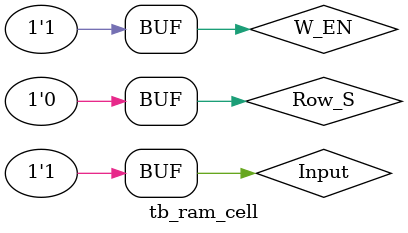
<source format=v>
`timescale 1ns/1ns
module tb_ram_cell();
 reg Row_S, Input, W_EN;
 wire out;
 initial begin
   Row_S = 0;
   Input = 0;
   W_EN = 0;
   #40;
   W_EN = 1;
   #40;
   Input = 1;
   Row_S = 1;
   #40;
   Row_S = 0;
   #40;
 end
 Ram_Cell ins10(
 .Row_S(Row_S),
 .Input(Input),
 .W_EN(W_EN),
 .out(out)
 );
 endmodule
 
  
</source>
